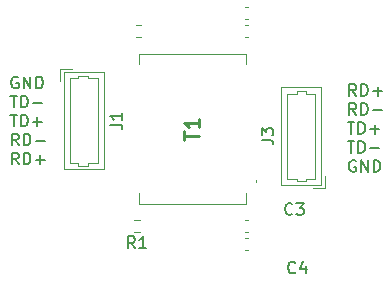
<source format=gbr>
%TF.GenerationSoftware,KiCad,Pcbnew,7.0.6*%
%TF.CreationDate,2024-02-28T21:28:33-05:00*%
%TF.ProjectId,Magnetic,4d61676e-6574-4696-932e-6b696361645f,rev?*%
%TF.SameCoordinates,Original*%
%TF.FileFunction,Legend,Top*%
%TF.FilePolarity,Positive*%
%FSLAX46Y46*%
G04 Gerber Fmt 4.6, Leading zero omitted, Abs format (unit mm)*
G04 Created by KiCad (PCBNEW 7.0.6) date 2024-02-28 21:28:33*
%MOMM*%
%LPD*%
G01*
G04 APERTURE LIST*
%ADD10C,0.150000*%
%ADD11C,0.254000*%
%ADD12C,0.120000*%
%ADD13C,0.100000*%
G04 APERTURE END LIST*
D10*
X105635588Y-47341438D02*
X105540350Y-47293819D01*
X105540350Y-47293819D02*
X105397493Y-47293819D01*
X105397493Y-47293819D02*
X105254636Y-47341438D01*
X105254636Y-47341438D02*
X105159398Y-47436676D01*
X105159398Y-47436676D02*
X105111779Y-47531914D01*
X105111779Y-47531914D02*
X105064160Y-47722390D01*
X105064160Y-47722390D02*
X105064160Y-47865247D01*
X105064160Y-47865247D02*
X105111779Y-48055723D01*
X105111779Y-48055723D02*
X105159398Y-48150961D01*
X105159398Y-48150961D02*
X105254636Y-48246200D01*
X105254636Y-48246200D02*
X105397493Y-48293819D01*
X105397493Y-48293819D02*
X105492731Y-48293819D01*
X105492731Y-48293819D02*
X105635588Y-48246200D01*
X105635588Y-48246200D02*
X105683207Y-48198580D01*
X105683207Y-48198580D02*
X105683207Y-47865247D01*
X105683207Y-47865247D02*
X105492731Y-47865247D01*
X106111779Y-48293819D02*
X106111779Y-47293819D01*
X106111779Y-47293819D02*
X106683207Y-48293819D01*
X106683207Y-48293819D02*
X106683207Y-47293819D01*
X107159398Y-48293819D02*
X107159398Y-47293819D01*
X107159398Y-47293819D02*
X107397493Y-47293819D01*
X107397493Y-47293819D02*
X107540350Y-47341438D01*
X107540350Y-47341438D02*
X107635588Y-47436676D01*
X107635588Y-47436676D02*
X107683207Y-47531914D01*
X107683207Y-47531914D02*
X107730826Y-47722390D01*
X107730826Y-47722390D02*
X107730826Y-47865247D01*
X107730826Y-47865247D02*
X107683207Y-48055723D01*
X107683207Y-48055723D02*
X107635588Y-48150961D01*
X107635588Y-48150961D02*
X107540350Y-48246200D01*
X107540350Y-48246200D02*
X107397493Y-48293819D01*
X107397493Y-48293819D02*
X107159398Y-48293819D01*
X104968922Y-48903819D02*
X105540350Y-48903819D01*
X105254636Y-49903819D02*
X105254636Y-48903819D01*
X105873684Y-49903819D02*
X105873684Y-48903819D01*
X105873684Y-48903819D02*
X106111779Y-48903819D01*
X106111779Y-48903819D02*
X106254636Y-48951438D01*
X106254636Y-48951438D02*
X106349874Y-49046676D01*
X106349874Y-49046676D02*
X106397493Y-49141914D01*
X106397493Y-49141914D02*
X106445112Y-49332390D01*
X106445112Y-49332390D02*
X106445112Y-49475247D01*
X106445112Y-49475247D02*
X106397493Y-49665723D01*
X106397493Y-49665723D02*
X106349874Y-49760961D01*
X106349874Y-49760961D02*
X106254636Y-49856200D01*
X106254636Y-49856200D02*
X106111779Y-49903819D01*
X106111779Y-49903819D02*
X105873684Y-49903819D01*
X106873684Y-49522866D02*
X107635589Y-49522866D01*
X104968922Y-50513819D02*
X105540350Y-50513819D01*
X105254636Y-51513819D02*
X105254636Y-50513819D01*
X105873684Y-51513819D02*
X105873684Y-50513819D01*
X105873684Y-50513819D02*
X106111779Y-50513819D01*
X106111779Y-50513819D02*
X106254636Y-50561438D01*
X106254636Y-50561438D02*
X106349874Y-50656676D01*
X106349874Y-50656676D02*
X106397493Y-50751914D01*
X106397493Y-50751914D02*
X106445112Y-50942390D01*
X106445112Y-50942390D02*
X106445112Y-51085247D01*
X106445112Y-51085247D02*
X106397493Y-51275723D01*
X106397493Y-51275723D02*
X106349874Y-51370961D01*
X106349874Y-51370961D02*
X106254636Y-51466200D01*
X106254636Y-51466200D02*
X106111779Y-51513819D01*
X106111779Y-51513819D02*
X105873684Y-51513819D01*
X106873684Y-51132866D02*
X107635589Y-51132866D01*
X107254636Y-51513819D02*
X107254636Y-50751914D01*
X105683207Y-53123819D02*
X105349874Y-52647628D01*
X105111779Y-53123819D02*
X105111779Y-52123819D01*
X105111779Y-52123819D02*
X105492731Y-52123819D01*
X105492731Y-52123819D02*
X105587969Y-52171438D01*
X105587969Y-52171438D02*
X105635588Y-52219057D01*
X105635588Y-52219057D02*
X105683207Y-52314295D01*
X105683207Y-52314295D02*
X105683207Y-52457152D01*
X105683207Y-52457152D02*
X105635588Y-52552390D01*
X105635588Y-52552390D02*
X105587969Y-52600009D01*
X105587969Y-52600009D02*
X105492731Y-52647628D01*
X105492731Y-52647628D02*
X105111779Y-52647628D01*
X106111779Y-53123819D02*
X106111779Y-52123819D01*
X106111779Y-52123819D02*
X106349874Y-52123819D01*
X106349874Y-52123819D02*
X106492731Y-52171438D01*
X106492731Y-52171438D02*
X106587969Y-52266676D01*
X106587969Y-52266676D02*
X106635588Y-52361914D01*
X106635588Y-52361914D02*
X106683207Y-52552390D01*
X106683207Y-52552390D02*
X106683207Y-52695247D01*
X106683207Y-52695247D02*
X106635588Y-52885723D01*
X106635588Y-52885723D02*
X106587969Y-52980961D01*
X106587969Y-52980961D02*
X106492731Y-53076200D01*
X106492731Y-53076200D02*
X106349874Y-53123819D01*
X106349874Y-53123819D02*
X106111779Y-53123819D01*
X107111779Y-52742866D02*
X107873684Y-52742866D01*
X105683207Y-54733819D02*
X105349874Y-54257628D01*
X105111779Y-54733819D02*
X105111779Y-53733819D01*
X105111779Y-53733819D02*
X105492731Y-53733819D01*
X105492731Y-53733819D02*
X105587969Y-53781438D01*
X105587969Y-53781438D02*
X105635588Y-53829057D01*
X105635588Y-53829057D02*
X105683207Y-53924295D01*
X105683207Y-53924295D02*
X105683207Y-54067152D01*
X105683207Y-54067152D02*
X105635588Y-54162390D01*
X105635588Y-54162390D02*
X105587969Y-54210009D01*
X105587969Y-54210009D02*
X105492731Y-54257628D01*
X105492731Y-54257628D02*
X105111779Y-54257628D01*
X106111779Y-54733819D02*
X106111779Y-53733819D01*
X106111779Y-53733819D02*
X106349874Y-53733819D01*
X106349874Y-53733819D02*
X106492731Y-53781438D01*
X106492731Y-53781438D02*
X106587969Y-53876676D01*
X106587969Y-53876676D02*
X106635588Y-53971914D01*
X106635588Y-53971914D02*
X106683207Y-54162390D01*
X106683207Y-54162390D02*
X106683207Y-54305247D01*
X106683207Y-54305247D02*
X106635588Y-54495723D01*
X106635588Y-54495723D02*
X106587969Y-54590961D01*
X106587969Y-54590961D02*
X106492731Y-54686200D01*
X106492731Y-54686200D02*
X106349874Y-54733819D01*
X106349874Y-54733819D02*
X106111779Y-54733819D01*
X107111779Y-54352866D02*
X107873684Y-54352866D01*
X107492731Y-54733819D02*
X107492731Y-53971914D01*
X134258207Y-48928819D02*
X133924874Y-48452628D01*
X133686779Y-48928819D02*
X133686779Y-47928819D01*
X133686779Y-47928819D02*
X134067731Y-47928819D01*
X134067731Y-47928819D02*
X134162969Y-47976438D01*
X134162969Y-47976438D02*
X134210588Y-48024057D01*
X134210588Y-48024057D02*
X134258207Y-48119295D01*
X134258207Y-48119295D02*
X134258207Y-48262152D01*
X134258207Y-48262152D02*
X134210588Y-48357390D01*
X134210588Y-48357390D02*
X134162969Y-48405009D01*
X134162969Y-48405009D02*
X134067731Y-48452628D01*
X134067731Y-48452628D02*
X133686779Y-48452628D01*
X134686779Y-48928819D02*
X134686779Y-47928819D01*
X134686779Y-47928819D02*
X134924874Y-47928819D01*
X134924874Y-47928819D02*
X135067731Y-47976438D01*
X135067731Y-47976438D02*
X135162969Y-48071676D01*
X135162969Y-48071676D02*
X135210588Y-48166914D01*
X135210588Y-48166914D02*
X135258207Y-48357390D01*
X135258207Y-48357390D02*
X135258207Y-48500247D01*
X135258207Y-48500247D02*
X135210588Y-48690723D01*
X135210588Y-48690723D02*
X135162969Y-48785961D01*
X135162969Y-48785961D02*
X135067731Y-48881200D01*
X135067731Y-48881200D02*
X134924874Y-48928819D01*
X134924874Y-48928819D02*
X134686779Y-48928819D01*
X135686779Y-48547866D02*
X136448684Y-48547866D01*
X136067731Y-48928819D02*
X136067731Y-48166914D01*
X134258207Y-50538819D02*
X133924874Y-50062628D01*
X133686779Y-50538819D02*
X133686779Y-49538819D01*
X133686779Y-49538819D02*
X134067731Y-49538819D01*
X134067731Y-49538819D02*
X134162969Y-49586438D01*
X134162969Y-49586438D02*
X134210588Y-49634057D01*
X134210588Y-49634057D02*
X134258207Y-49729295D01*
X134258207Y-49729295D02*
X134258207Y-49872152D01*
X134258207Y-49872152D02*
X134210588Y-49967390D01*
X134210588Y-49967390D02*
X134162969Y-50015009D01*
X134162969Y-50015009D02*
X134067731Y-50062628D01*
X134067731Y-50062628D02*
X133686779Y-50062628D01*
X134686779Y-50538819D02*
X134686779Y-49538819D01*
X134686779Y-49538819D02*
X134924874Y-49538819D01*
X134924874Y-49538819D02*
X135067731Y-49586438D01*
X135067731Y-49586438D02*
X135162969Y-49681676D01*
X135162969Y-49681676D02*
X135210588Y-49776914D01*
X135210588Y-49776914D02*
X135258207Y-49967390D01*
X135258207Y-49967390D02*
X135258207Y-50110247D01*
X135258207Y-50110247D02*
X135210588Y-50300723D01*
X135210588Y-50300723D02*
X135162969Y-50395961D01*
X135162969Y-50395961D02*
X135067731Y-50491200D01*
X135067731Y-50491200D02*
X134924874Y-50538819D01*
X134924874Y-50538819D02*
X134686779Y-50538819D01*
X135686779Y-50157866D02*
X136448684Y-50157866D01*
X133543922Y-51148819D02*
X134115350Y-51148819D01*
X133829636Y-52148819D02*
X133829636Y-51148819D01*
X134448684Y-52148819D02*
X134448684Y-51148819D01*
X134448684Y-51148819D02*
X134686779Y-51148819D01*
X134686779Y-51148819D02*
X134829636Y-51196438D01*
X134829636Y-51196438D02*
X134924874Y-51291676D01*
X134924874Y-51291676D02*
X134972493Y-51386914D01*
X134972493Y-51386914D02*
X135020112Y-51577390D01*
X135020112Y-51577390D02*
X135020112Y-51720247D01*
X135020112Y-51720247D02*
X134972493Y-51910723D01*
X134972493Y-51910723D02*
X134924874Y-52005961D01*
X134924874Y-52005961D02*
X134829636Y-52101200D01*
X134829636Y-52101200D02*
X134686779Y-52148819D01*
X134686779Y-52148819D02*
X134448684Y-52148819D01*
X135448684Y-51767866D02*
X136210589Y-51767866D01*
X135829636Y-52148819D02*
X135829636Y-51386914D01*
X133543922Y-52758819D02*
X134115350Y-52758819D01*
X133829636Y-53758819D02*
X133829636Y-52758819D01*
X134448684Y-53758819D02*
X134448684Y-52758819D01*
X134448684Y-52758819D02*
X134686779Y-52758819D01*
X134686779Y-52758819D02*
X134829636Y-52806438D01*
X134829636Y-52806438D02*
X134924874Y-52901676D01*
X134924874Y-52901676D02*
X134972493Y-52996914D01*
X134972493Y-52996914D02*
X135020112Y-53187390D01*
X135020112Y-53187390D02*
X135020112Y-53330247D01*
X135020112Y-53330247D02*
X134972493Y-53520723D01*
X134972493Y-53520723D02*
X134924874Y-53615961D01*
X134924874Y-53615961D02*
X134829636Y-53711200D01*
X134829636Y-53711200D02*
X134686779Y-53758819D01*
X134686779Y-53758819D02*
X134448684Y-53758819D01*
X135448684Y-53377866D02*
X136210589Y-53377866D01*
X134210588Y-54416438D02*
X134115350Y-54368819D01*
X134115350Y-54368819D02*
X133972493Y-54368819D01*
X133972493Y-54368819D02*
X133829636Y-54416438D01*
X133829636Y-54416438D02*
X133734398Y-54511676D01*
X133734398Y-54511676D02*
X133686779Y-54606914D01*
X133686779Y-54606914D02*
X133639160Y-54797390D01*
X133639160Y-54797390D02*
X133639160Y-54940247D01*
X133639160Y-54940247D02*
X133686779Y-55130723D01*
X133686779Y-55130723D02*
X133734398Y-55225961D01*
X133734398Y-55225961D02*
X133829636Y-55321200D01*
X133829636Y-55321200D02*
X133972493Y-55368819D01*
X133972493Y-55368819D02*
X134067731Y-55368819D01*
X134067731Y-55368819D02*
X134210588Y-55321200D01*
X134210588Y-55321200D02*
X134258207Y-55273580D01*
X134258207Y-55273580D02*
X134258207Y-54940247D01*
X134258207Y-54940247D02*
X134067731Y-54940247D01*
X134686779Y-55368819D02*
X134686779Y-54368819D01*
X134686779Y-54368819D02*
X135258207Y-55368819D01*
X135258207Y-55368819D02*
X135258207Y-54368819D01*
X135734398Y-55368819D02*
X135734398Y-54368819D01*
X135734398Y-54368819D02*
X135972493Y-54368819D01*
X135972493Y-54368819D02*
X136115350Y-54416438D01*
X136115350Y-54416438D02*
X136210588Y-54511676D01*
X136210588Y-54511676D02*
X136258207Y-54606914D01*
X136258207Y-54606914D02*
X136305826Y-54797390D01*
X136305826Y-54797390D02*
X136305826Y-54940247D01*
X136305826Y-54940247D02*
X136258207Y-55130723D01*
X136258207Y-55130723D02*
X136210588Y-55225961D01*
X136210588Y-55225961D02*
X136115350Y-55321200D01*
X136115350Y-55321200D02*
X135972493Y-55368819D01*
X135972493Y-55368819D02*
X135734398Y-55368819D01*
X126252819Y-52657333D02*
X126967104Y-52657333D01*
X126967104Y-52657333D02*
X127109961Y-52704952D01*
X127109961Y-52704952D02*
X127205200Y-52800190D01*
X127205200Y-52800190D02*
X127252819Y-52943047D01*
X127252819Y-52943047D02*
X127252819Y-53038285D01*
X126252819Y-52276380D02*
X126252819Y-51657333D01*
X126252819Y-51657333D02*
X126633771Y-51990666D01*
X126633771Y-51990666D02*
X126633771Y-51847809D01*
X126633771Y-51847809D02*
X126681390Y-51752571D01*
X126681390Y-51752571D02*
X126729009Y-51704952D01*
X126729009Y-51704952D02*
X126824247Y-51657333D01*
X126824247Y-51657333D02*
X127062342Y-51657333D01*
X127062342Y-51657333D02*
X127157580Y-51704952D01*
X127157580Y-51704952D02*
X127205200Y-51752571D01*
X127205200Y-51752571D02*
X127252819Y-51847809D01*
X127252819Y-51847809D02*
X127252819Y-52133523D01*
X127252819Y-52133523D02*
X127205200Y-52228761D01*
X127205200Y-52228761D02*
X127157580Y-52276380D01*
X113448819Y-51367333D02*
X114163104Y-51367333D01*
X114163104Y-51367333D02*
X114305961Y-51414952D01*
X114305961Y-51414952D02*
X114401200Y-51510190D01*
X114401200Y-51510190D02*
X114448819Y-51653047D01*
X114448819Y-51653047D02*
X114448819Y-51748285D01*
X114448819Y-50367333D02*
X114448819Y-50938761D01*
X114448819Y-50653047D02*
X113448819Y-50653047D01*
X113448819Y-50653047D02*
X113591676Y-50748285D01*
X113591676Y-50748285D02*
X113686914Y-50843523D01*
X113686914Y-50843523D02*
X113734533Y-50938761D01*
X128865333Y-58906580D02*
X128817714Y-58954200D01*
X128817714Y-58954200D02*
X128674857Y-59001819D01*
X128674857Y-59001819D02*
X128579619Y-59001819D01*
X128579619Y-59001819D02*
X128436762Y-58954200D01*
X128436762Y-58954200D02*
X128341524Y-58858961D01*
X128341524Y-58858961D02*
X128293905Y-58763723D01*
X128293905Y-58763723D02*
X128246286Y-58573247D01*
X128246286Y-58573247D02*
X128246286Y-58430390D01*
X128246286Y-58430390D02*
X128293905Y-58239914D01*
X128293905Y-58239914D02*
X128341524Y-58144676D01*
X128341524Y-58144676D02*
X128436762Y-58049438D01*
X128436762Y-58049438D02*
X128579619Y-58001819D01*
X128579619Y-58001819D02*
X128674857Y-58001819D01*
X128674857Y-58001819D02*
X128817714Y-58049438D01*
X128817714Y-58049438D02*
X128865333Y-58097057D01*
X129198667Y-58001819D02*
X129817714Y-58001819D01*
X129817714Y-58001819D02*
X129484381Y-58382771D01*
X129484381Y-58382771D02*
X129627238Y-58382771D01*
X129627238Y-58382771D02*
X129722476Y-58430390D01*
X129722476Y-58430390D02*
X129770095Y-58478009D01*
X129770095Y-58478009D02*
X129817714Y-58573247D01*
X129817714Y-58573247D02*
X129817714Y-58811342D01*
X129817714Y-58811342D02*
X129770095Y-58906580D01*
X129770095Y-58906580D02*
X129722476Y-58954200D01*
X129722476Y-58954200D02*
X129627238Y-59001819D01*
X129627238Y-59001819D02*
X129341524Y-59001819D01*
X129341524Y-59001819D02*
X129246286Y-58954200D01*
X129246286Y-58954200D02*
X129198667Y-58906580D01*
D11*
X119700318Y-52656618D02*
X119700318Y-51930904D01*
X120970318Y-52293761D02*
X119700318Y-52293761D01*
X120970318Y-50842332D02*
X120970318Y-51568047D01*
X120970318Y-51205190D02*
X119700318Y-51205190D01*
X119700318Y-51205190D02*
X119881746Y-51326142D01*
X119881746Y-51326142D02*
X120002699Y-51447094D01*
X120002699Y-51447094D02*
X120063175Y-51568047D01*
D10*
X129119333Y-63859580D02*
X129071714Y-63907200D01*
X129071714Y-63907200D02*
X128928857Y-63954819D01*
X128928857Y-63954819D02*
X128833619Y-63954819D01*
X128833619Y-63954819D02*
X128690762Y-63907200D01*
X128690762Y-63907200D02*
X128595524Y-63811961D01*
X128595524Y-63811961D02*
X128547905Y-63716723D01*
X128547905Y-63716723D02*
X128500286Y-63526247D01*
X128500286Y-63526247D02*
X128500286Y-63383390D01*
X128500286Y-63383390D02*
X128547905Y-63192914D01*
X128547905Y-63192914D02*
X128595524Y-63097676D01*
X128595524Y-63097676D02*
X128690762Y-63002438D01*
X128690762Y-63002438D02*
X128833619Y-62954819D01*
X128833619Y-62954819D02*
X128928857Y-62954819D01*
X128928857Y-62954819D02*
X129071714Y-63002438D01*
X129071714Y-63002438D02*
X129119333Y-63050057D01*
X129976476Y-63288152D02*
X129976476Y-63954819D01*
X129738381Y-62907200D02*
X129500286Y-63621485D01*
X129500286Y-63621485D02*
X130119333Y-63621485D01*
X115530333Y-61828819D02*
X115197000Y-61352628D01*
X114958905Y-61828819D02*
X114958905Y-60828819D01*
X114958905Y-60828819D02*
X115339857Y-60828819D01*
X115339857Y-60828819D02*
X115435095Y-60876438D01*
X115435095Y-60876438D02*
X115482714Y-60924057D01*
X115482714Y-60924057D02*
X115530333Y-61019295D01*
X115530333Y-61019295D02*
X115530333Y-61162152D01*
X115530333Y-61162152D02*
X115482714Y-61257390D01*
X115482714Y-61257390D02*
X115435095Y-61305009D01*
X115435095Y-61305009D02*
X115339857Y-61352628D01*
X115339857Y-61352628D02*
X114958905Y-61352628D01*
X116482714Y-61828819D02*
X115911286Y-61828819D01*
X116197000Y-61828819D02*
X116197000Y-60828819D01*
X116197000Y-60828819D02*
X116101762Y-60971676D01*
X116101762Y-60971676D02*
X116006524Y-61066914D01*
X116006524Y-61066914D02*
X115911286Y-61114533D01*
D12*
%TO.C,J3*%
X131308000Y-48214000D02*
X127888000Y-48214000D01*
X130798000Y-52324000D02*
X130798000Y-55924000D01*
X130798000Y-48724000D02*
X130048000Y-48724000D01*
X130048000Y-56124000D02*
X129248000Y-56124000D01*
X129248000Y-48524000D02*
X129248000Y-48724000D01*
X129248000Y-56124000D02*
X129248000Y-55924000D01*
X128398000Y-48724000D02*
X128398000Y-52324000D01*
X127888000Y-56434000D02*
X131308000Y-56434000D01*
X131598000Y-56724000D02*
X130598000Y-56724000D01*
X131598000Y-56724000D02*
X131598000Y-55724000D01*
X131308000Y-56434000D02*
X131308000Y-48214000D01*
X130048000Y-48724000D02*
X130048000Y-48524000D01*
X130798000Y-52324000D02*
X130798000Y-48724000D01*
X129248000Y-48724000D02*
X128398000Y-48724000D01*
X130048000Y-48524000D02*
X129248000Y-48524000D01*
X128398000Y-55924000D02*
X128398000Y-52324000D01*
X127888000Y-48214000D02*
X127888000Y-56434000D01*
X129248000Y-55924000D02*
X128398000Y-55924000D01*
X130048000Y-55924000D02*
X130048000Y-56124000D01*
X130798000Y-55924000D02*
X130048000Y-55924000D01*
%TO.C,J1*%
X109484000Y-55144000D02*
X112904000Y-55144000D01*
X109994000Y-51034000D02*
X109994000Y-47434000D01*
X109994000Y-54634000D02*
X110744000Y-54634000D01*
X110744000Y-47234000D02*
X111544000Y-47234000D01*
X111544000Y-54834000D02*
X111544000Y-54634000D01*
X111544000Y-47234000D02*
X111544000Y-47434000D01*
X112394000Y-54634000D02*
X112394000Y-51034000D01*
X112904000Y-46924000D02*
X109484000Y-46924000D01*
X109194000Y-46634000D02*
X110194000Y-46634000D01*
X109194000Y-46634000D02*
X109194000Y-47634000D01*
X109484000Y-46924000D02*
X109484000Y-55144000D01*
X110744000Y-54634000D02*
X110744000Y-54834000D01*
X109994000Y-51034000D02*
X109994000Y-54634000D01*
X111544000Y-54634000D02*
X112394000Y-54634000D01*
X110744000Y-54834000D02*
X111544000Y-54834000D01*
X112394000Y-47434000D02*
X112394000Y-51034000D01*
X112904000Y-55144000D02*
X112904000Y-46924000D01*
X111544000Y-47434000D02*
X112394000Y-47434000D01*
X110744000Y-47434000D02*
X110744000Y-47234000D01*
X109994000Y-47434000D02*
X110744000Y-47434000D01*
%TO.C,C1*%
X124814420Y-41400000D02*
X125095580Y-41400000D01*
X124814420Y-42420000D02*
X125095580Y-42420000D01*
%TO.C,C3*%
X124827420Y-59434000D02*
X125108580Y-59434000D01*
X124827420Y-60454000D02*
X125108580Y-60454000D01*
%TO.C,C2*%
X124827420Y-42924000D02*
X125108580Y-42924000D01*
X124827420Y-43944000D02*
X125108580Y-43944000D01*
D13*
%TO.C,T1*%
X115851000Y-58039000D02*
X124941000Y-58039000D01*
X124941000Y-58039000D02*
X124941000Y-57189000D01*
X115851000Y-57189000D02*
X115851000Y-58039000D01*
X125796000Y-56189000D02*
X125796000Y-56189000D01*
X125796000Y-56089000D02*
X125796000Y-56089000D01*
X124941000Y-46189000D02*
X124941000Y-45339000D01*
X115851000Y-45339000D02*
X115851000Y-46189000D01*
X124941000Y-45339000D02*
X115851000Y-45339000D01*
X125796000Y-56089000D02*
G75*
G03*
X125796000Y-56189000I0J-50000D01*
G01*
X125796000Y-56189000D02*
G75*
G03*
X125796000Y-56089000I0J50000D01*
G01*
D12*
%TO.C,C4*%
X124827420Y-60958000D02*
X125108580Y-60958000D01*
X124827420Y-61978000D02*
X125108580Y-61978000D01*
%TO.C,R2*%
X116061258Y-43956500D02*
X115586742Y-43956500D01*
X116061258Y-42911500D02*
X115586742Y-42911500D01*
%TO.C,R1*%
X115934258Y-60466500D02*
X115459742Y-60466500D01*
X115934258Y-59421500D02*
X115459742Y-59421500D01*
%TD*%
M02*

</source>
